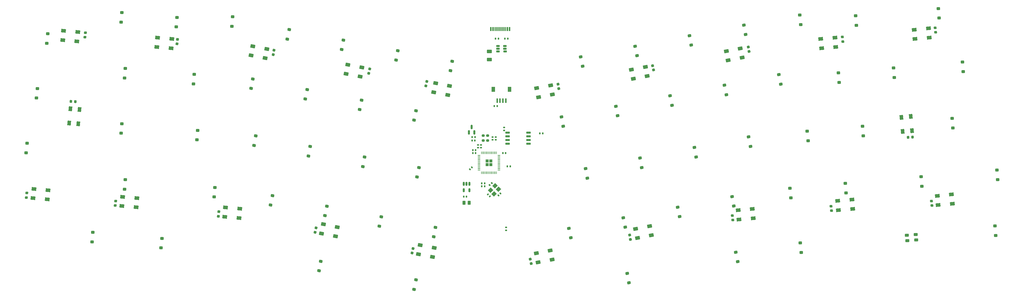
<source format=gbr>
%TF.GenerationSoftware,KiCad,Pcbnew,(6.0.5)*%
%TF.CreationDate,2023-03-29T12:06:55+08:00*%
%TF.ProjectId,ergo60,6572676f-3630-42e6-9b69-6361645f7063,rev?*%
%TF.SameCoordinates,PX3b7922bPYeed2ae*%
%TF.FileFunction,Paste,Bot*%
%TF.FilePolarity,Positive*%
%FSLAX46Y46*%
G04 Gerber Fmt 4.6, Leading zero omitted, Abs format (unit mm)*
G04 Created by KiCad (PCBNEW (6.0.5)) date 2023-03-29 12:06:55*
%MOMM*%
%LPD*%
G01*
G04 APERTURE LIST*
G04 Aperture macros list*
%AMRoundRect*
0 Rectangle with rounded corners*
0 $1 Rounding radius*
0 $2 $3 $4 $5 $6 $7 $8 $9 X,Y pos of 4 corners*
0 Add a 4 corners polygon primitive as box body*
4,1,4,$2,$3,$4,$5,$6,$7,$8,$9,$2,$3,0*
0 Add four circle primitives for the rounded corners*
1,1,$1+$1,$2,$3*
1,1,$1+$1,$4,$5*
1,1,$1+$1,$6,$7*
1,1,$1+$1,$8,$9*
0 Add four rect primitives between the rounded corners*
20,1,$1+$1,$2,$3,$4,$5,0*
20,1,$1+$1,$4,$5,$6,$7,0*
20,1,$1+$1,$6,$7,$8,$9,0*
20,1,$1+$1,$8,$9,$2,$3,0*%
%AMRotRect*
0 Rectangle, with rotation*
0 The origin of the aperture is its center*
0 $1 length*
0 $2 width*
0 $3 Rotation angle, in degrees counterclockwise*
0 Add horizontal line*
21,1,$1,$2,0,0,$3*%
G04 Aperture macros list end*
%ADD10RoundRect,0.250000X0.391272X-0.178624X0.295867X0.312190X-0.391272X0.178624X-0.295867X-0.312190X0*%
%ADD11RotRect,1.400000X1.200000X45.000000*%
%ADD12RoundRect,0.250000X0.295867X-0.312190X0.391272X0.178624X-0.295867X0.312190X-0.391272X-0.178624X0*%
%ADD13RoundRect,0.140000X0.140000X0.170000X-0.140000X0.170000X-0.140000X-0.170000X0.140000X-0.170000X0*%
%ADD14RoundRect,0.140000X0.170000X-0.140000X0.170000X0.140000X-0.170000X0.140000X-0.170000X-0.140000X0*%
%ADD15RoundRect,0.225000X0.202475X-0.268568X0.288339X0.173164X-0.202475X0.268568X-0.288339X-0.173164X0*%
%ADD16RoundRect,0.250000X0.370457X-0.218544X0.326879X0.279553X-0.370457X0.218544X-0.326879X-0.279553X0*%
%ADD17RotRect,1.600000X1.200000X349.000000*%
%ADD18RoundRect,0.225000X-0.268659X0.202355X-0.229439X-0.245933X0.268659X-0.202355X0.229439X0.245933X0*%
%ADD19RoundRect,0.250000X0.326879X-0.279553X0.370457X0.218544X-0.326879X0.279553X-0.370457X-0.218544X0*%
%ADD20RoundRect,0.225000X0.288339X-0.173164X0.202475X0.268568X-0.288339X0.173164X-0.202475X-0.268568X0*%
%ADD21RoundRect,0.200000X-0.275000X0.200000X-0.275000X-0.200000X0.275000X-0.200000X0.275000X0.200000X0*%
%ADD22RoundRect,0.140000X-0.140000X-0.170000X0.140000X-0.170000X0.140000X0.170000X-0.140000X0.170000X0*%
%ADD23RoundRect,0.225000X0.245933X0.229439X-0.202355X0.268659X-0.245933X-0.229439X0.202355X-0.268659X0*%
%ADD24RoundRect,0.150000X0.650000X0.150000X-0.650000X0.150000X-0.650000X-0.150000X0.650000X-0.150000X0*%
%ADD25RoundRect,0.225000X-0.288339X0.173164X-0.202475X-0.268568X0.288339X-0.173164X0.202475X0.268568X0*%
%ADD26RotRect,1.600000X1.200000X191.000000*%
%ADD27RotRect,1.600000X1.200000X95.000000*%
%ADD28RoundRect,0.150000X0.475000X0.150000X-0.475000X0.150000X-0.475000X-0.150000X0.475000X-0.150000X0*%
%ADD29RoundRect,0.135000X0.135000X0.185000X-0.135000X0.185000X-0.135000X-0.185000X0.135000X-0.185000X0*%
%ADD30RotRect,1.600000X1.200000X5.000000*%
%ADD31RotRect,1.600000X1.200000X355.000000*%
%ADD32RoundRect,0.135000X0.185000X-0.135000X0.185000X0.135000X-0.185000X0.135000X-0.185000X-0.135000X0*%
%ADD33RotRect,1.600000X1.200000X185.000000*%
%ADD34RoundRect,0.140000X-0.021213X0.219203X-0.219203X0.021213X0.021213X-0.219203X0.219203X-0.021213X0*%
%ADD35RoundRect,0.250000X-0.471166X0.222281X-0.425409X-0.300721X0.471166X-0.222281X0.425409X0.300721X0*%
%ADD36RoundRect,0.225000X0.268659X-0.202355X0.229439X0.245933X-0.268659X0.202355X-0.229439X-0.245933X0*%
%ADD37RoundRect,0.225000X-0.202475X0.268568X-0.288339X-0.173164X0.202475X-0.268568X0.288339X0.173164X0*%
%ADD38RotRect,1.600000X1.200000X175.000000*%
%ADD39RoundRect,0.250000X0.292217X0.292217X-0.292217X0.292217X-0.292217X-0.292217X0.292217X-0.292217X0*%
%ADD40RoundRect,0.050000X0.387500X0.050000X-0.387500X0.050000X-0.387500X-0.050000X0.387500X-0.050000X0*%
%ADD41RoundRect,0.050000X0.050000X0.387500X-0.050000X0.387500X-0.050000X-0.387500X0.050000X-0.387500X0*%
%ADD42RotRect,1.600000X1.200000X265.000000*%
%ADD43RoundRect,0.150000X-0.150000X0.512500X-0.150000X-0.512500X0.150000X-0.512500X0.150000X0.512500X0*%
%ADD44RoundRect,0.140000X0.021213X-0.219203X0.219203X-0.021213X-0.021213X0.219203X-0.219203X0.021213X0*%
%ADD45RoundRect,0.225000X-0.225112X0.249900X-0.272149X-0.197635X0.225112X-0.249900X0.272149X0.197635X0*%
%ADD46RotRect,1.600000X1.200000X169.000000*%
%ADD47RoundRect,0.140000X0.219203X0.021213X0.021213X0.219203X-0.219203X-0.021213X-0.021213X-0.219203X0*%
%ADD48RoundRect,0.225000X0.229439X-0.245933X0.268659X0.202355X-0.229439X0.245933X-0.268659X-0.202355X0*%
%ADD49RoundRect,0.225000X-0.229439X0.245933X-0.268659X-0.202355X0.229439X-0.245933X0.268659X0.202355X0*%
%ADD50RotRect,1.600000X1.200000X11.000000*%
%ADD51RoundRect,0.250000X0.262500X0.450000X-0.262500X0.450000X-0.262500X-0.450000X0.262500X-0.450000X0*%
%ADD52RoundRect,0.250000X0.471166X-0.222281X0.425409X0.300721X-0.471166X0.222281X-0.425409X-0.300721X0*%
%ADD53RoundRect,0.135000X0.035355X-0.226274X0.226274X-0.035355X-0.035355X0.226274X-0.226274X0.035355X0*%
%ADD54RoundRect,0.135000X-0.135000X-0.185000X0.135000X-0.185000X0.135000X0.185000X-0.135000X0.185000X0*%
%ADD55R,0.600000X1.450000*%
%ADD56R,0.300000X1.450000*%
%ADD57RoundRect,0.150000X0.150000X-0.587500X0.150000X0.587500X-0.150000X0.587500X-0.150000X-0.587500X0*%
%ADD58RoundRect,0.225000X-0.202355X-0.268659X0.245933X-0.229439X0.202355X0.268659X-0.245933X0.229439X0*%
%ADD59R,1.200000X1.800000*%
%ADD60R,0.600000X1.550000*%
%ADD61RoundRect,0.250000X-0.625000X0.375000X-0.625000X-0.375000X0.625000X-0.375000X0.625000X0.375000X0*%
%ADD62RoundRect,0.225000X0.225112X-0.249900X0.272149X0.197635X-0.225112X0.249900X-0.272149X-0.197635X0*%
G04 APERTURE END LIST*
D10*
%TO.C,D26*%
X229855606Y-24042822D03*
X229225936Y-20803452D03*
%TD*%
%TO.C,D38*%
X182065520Y-52738829D03*
X181435850Y-49499459D03*
%TD*%
D11*
%TO.C,Y1*%
X130047484Y-60591541D03*
X131603119Y-59035906D03*
X132805200Y-60237987D03*
X131249565Y-61793622D03*
%TD*%
D12*
%TO.C,D20*%
X85051772Y-32785402D03*
X85681442Y-29546032D03*
%TD*%
D13*
%TO.C,C9*%
X128006694Y-59231613D03*
X127046694Y-59231613D03*
%TD*%
D12*
%TO.C,D35*%
X86091858Y-52394123D03*
X86721528Y-49154753D03*
%TD*%
D14*
%TO.C,C3*%
X131803886Y-43240111D03*
X131803886Y-42280111D03*
%TD*%
D13*
%TO.C,C2*%
X128006692Y-58211615D03*
X127046692Y-58211615D03*
%TD*%
D15*
%TO.C,LC9*%
X55270068Y-13945331D03*
X55565822Y-12423809D03*
%TD*%
D12*
%TO.C,D48*%
X73106951Y-69276667D03*
X73736621Y-66037297D03*
%TD*%
D13*
%TO.C,C11*%
X124899250Y-46782584D03*
X123939250Y-46782584D03*
%TD*%
D10*
%TO.C,D24*%
X192455608Y-31312651D03*
X191825938Y-28073281D03*
%TD*%
D16*
%TO.C,D13*%
X255881667Y-3818047D03*
X255594053Y-530605D03*
%TD*%
D17*
%TO.C,L2*%
X71931925Y-75428667D03*
X72542514Y-72287460D03*
X77352487Y-73222425D03*
X76741898Y-76363632D03*
%TD*%
D18*
%TO.C,LC19*%
X247156184Y-66067728D03*
X247291276Y-67611830D03*
%TD*%
D19*
%TO.C,D46*%
X34975122Y-62881316D03*
X35262736Y-59593874D03*
%TD*%
D20*
%TO.C,LC12*%
X153546474Y-25625809D03*
X153250720Y-24104287D03*
%TD*%
D19*
%TO.C,D60*%
X16710347Y-80406001D03*
X16997961Y-77118559D03*
%TD*%
D14*
%TO.C,C1*%
X126803887Y-45952617D03*
X126803887Y-44992617D03*
%TD*%
D21*
%TO.C,R3*%
X127494504Y-41796514D03*
X127494504Y-43446514D03*
%TD*%
D10*
%TO.C,D52*%
X176350432Y-73256280D03*
X175720762Y-70016910D03*
%TD*%
D16*
%TO.C,D43*%
X289091875Y-39158068D03*
X288804261Y-35870626D03*
%TD*%
D12*
%TO.C,D18*%
X47651775Y-25515576D03*
X48281445Y-22276206D03*
%TD*%
D15*
%TO.C,LC10*%
X88176628Y-20331267D03*
X88472382Y-18809745D03*
%TD*%
D19*
%TO.C,D15*%
X-22550990Y-10041512D03*
X-22263376Y-6754070D03*
%TD*%
D22*
%TO.C,C8*%
X135853348Y-52329753D03*
X136813348Y-52329753D03*
%TD*%
D23*
%TO.C,LC6*%
X-12726134Y-30100436D03*
X-14270236Y-29965344D03*
%TD*%
D12*
%TO.C,D34*%
X67391863Y-48759215D03*
X68021533Y-45519845D03*
%TD*%
D19*
%TO.C,D59*%
X-7012402Y-78330652D03*
X-6724788Y-75043210D03*
%TD*%
%TO.C,D45*%
X4136668Y-60183300D03*
X4424282Y-56895858D03*
%TD*%
D24*
%TO.C,U4*%
X143116435Y-40763725D03*
X143116435Y-42033725D03*
X143116435Y-43303725D03*
X143116435Y-44573725D03*
X135916435Y-44573725D03*
X135916435Y-43303725D03*
X135916435Y-42033725D03*
X135916435Y-40763725D03*
%TD*%
D25*
%TO.C,LC22*%
X143728525Y-84289858D03*
X144024279Y-85811380D03*
%TD*%
D22*
%TO.C,C18*%
X120847182Y-62760968D03*
X121807182Y-62760968D03*
%TD*%
D12*
%TO.C,D47*%
X54406955Y-65641759D03*
X55036625Y-62402389D03*
%TD*%
D10*
%TO.C,D51*%
X157650434Y-76891192D03*
X157020764Y-73651822D03*
%TD*%
D26*
%TO.C,L13*%
X183345498Y-18155453D03*
X183956087Y-21296660D03*
X179146114Y-22231625D03*
X178535525Y-19090418D03*
%TD*%
D12*
%TO.C,D19*%
X66351776Y-29150492D03*
X66981446Y-25911122D03*
%TD*%
D27*
%TO.C,L17*%
X275017988Y-40070659D03*
X271830165Y-40349557D03*
X271403102Y-35468203D03*
X274590925Y-35189305D03*
%TD*%
D17*
%TO.C,L1*%
X105269426Y-82546249D03*
X105880015Y-79405042D03*
X110689988Y-80340007D03*
X110079399Y-83481214D03*
%TD*%
D28*
%TO.C,U3*%
X134998460Y-10937804D03*
X134998460Y-11887804D03*
X135073460Y-12837804D03*
X132648460Y-12837804D03*
X132648460Y-11887804D03*
X132648460Y-10937804D03*
%TD*%
D13*
%TO.C,C14*%
X124704208Y-42289936D03*
X123744208Y-42289936D03*
%TD*%
D29*
%TO.C,R7*%
X135975987Y-8444254D03*
X134955987Y-8444254D03*
%TD*%
D16*
%TO.C,D56*%
X252322734Y-61497719D03*
X252035120Y-58210277D03*
%TD*%
D22*
%TO.C,C13*%
X131361117Y-31628992D03*
X132321117Y-31628992D03*
%TD*%
D30*
%TO.C,L18*%
X283993110Y-65657233D03*
X283714212Y-62469410D03*
X288595566Y-62042347D03*
X288874464Y-65230170D03*
%TD*%
D31*
%TO.C,L3*%
X38619915Y-69687379D03*
X38898813Y-66499556D03*
X43780167Y-66926619D03*
X43501269Y-70114442D03*
%TD*%
D32*
%TO.C,R1*%
X135377169Y-74396268D03*
X135377169Y-73376268D03*
%TD*%
D14*
%TO.C,C5*%
X125755797Y-45955969D03*
X125755797Y-44995969D03*
%TD*%
D12*
%TO.C,D33*%
X48691866Y-45124302D03*
X49321536Y-41884932D03*
%TD*%
D26*
%TO.C,L12*%
X150740365Y-24505453D03*
X151350954Y-27646660D03*
X146540981Y-28581625D03*
X145930392Y-25440418D03*
%TD*%
D16*
%TO.C,D28*%
X268928484Y-21799368D03*
X268640870Y-18511926D03*
%TD*%
%TO.C,D29*%
X292650373Y-19723971D03*
X292362759Y-16436529D03*
%TD*%
%TO.C,D41*%
X239275913Y-43516398D03*
X238988299Y-40228956D03*
%TD*%
D12*
%TO.C,D21*%
X103751771Y-36420311D03*
X104381441Y-33180941D03*
%TD*%
%TO.C,D36*%
X104791859Y-56029033D03*
X105421529Y-52789663D03*
%TD*%
D16*
%TO.C,D55*%
X233345225Y-63158033D03*
X233057611Y-59870591D03*
%TD*%
D33*
%TO.C,L16*%
X280658065Y-4892348D03*
X280936963Y-8080171D03*
X276055609Y-8507234D03*
X275776711Y-5319411D03*
%TD*%
D18*
%TO.C,LC18*%
X281740170Y-64305114D03*
X281875262Y-65849216D03*
%TD*%
D34*
%TO.C,C6*%
X123625728Y-52685905D03*
X122946906Y-53364727D03*
%TD*%
D30*
%TO.C,L20*%
X215492748Y-70610824D03*
X215213850Y-67423001D03*
X220095204Y-66995938D03*
X220374102Y-70183761D03*
%TD*%
D12*
%TO.C,D62*%
X103748676Y-94641088D03*
X104378346Y-91401718D03*
%TD*%
D35*
%TO.C,R9*%
X276259773Y-75806155D03*
X276418833Y-77624211D03*
%TD*%
D10*
%TO.C,D9*%
X180405697Y-14248361D03*
X179776027Y-11008991D03*
%TD*%
%TO.C,D64*%
X215047840Y-85140818D03*
X214418170Y-81901448D03*
%TD*%
D36*
%TO.C,LC15*%
X251214337Y-9389767D03*
X251079245Y-7845665D03*
%TD*%
D37*
%TO.C,LC1*%
X103376548Y-80592783D03*
X103080794Y-82114305D03*
%TD*%
D12*
%TO.C,D49*%
X91806946Y-72911581D03*
X92436616Y-69672211D03*
%TD*%
D38*
%TO.C,L7*%
X-11956789Y-6113160D03*
X-12235687Y-9300983D03*
X-17117041Y-8873920D03*
X-16838143Y-5686097D03*
%TD*%
D21*
%TO.C,R2*%
X129080754Y-41796517D03*
X129080754Y-43446517D03*
%TD*%
D16*
%TO.C,D14*%
X284347928Y-1327572D03*
X284060314Y1959870D03*
%TD*%
D19*
%TO.C,D2*%
X21927437Y-4371486D03*
X22215051Y-1084044D03*
%TD*%
D14*
%TO.C,C7*%
X130753885Y-43240113D03*
X130753885Y-42280113D03*
%TD*%
D39*
%TO.C,U2*%
X128879195Y-50467612D03*
X130154195Y-50467612D03*
X128879195Y-51742612D03*
X130154195Y-51742612D03*
D40*
X132954195Y-48505112D03*
X132954195Y-48905112D03*
X132954195Y-49305112D03*
X132954195Y-49705112D03*
X132954195Y-50105112D03*
X132954195Y-50505112D03*
X132954195Y-50905112D03*
X132954195Y-51305112D03*
X132954195Y-51705112D03*
X132954195Y-52105112D03*
X132954195Y-52505112D03*
X132954195Y-52905112D03*
X132954195Y-53305112D03*
X132954195Y-53705112D03*
D41*
X132116695Y-54542612D03*
X131716695Y-54542612D03*
X131316695Y-54542612D03*
X130916695Y-54542612D03*
X130516695Y-54542612D03*
X130116695Y-54542612D03*
X129716695Y-54542612D03*
X129316695Y-54542612D03*
X128916695Y-54542612D03*
X128516695Y-54542612D03*
X128116695Y-54542612D03*
X127716695Y-54542612D03*
X127316695Y-54542612D03*
X126916695Y-54542612D03*
D40*
X126079195Y-53705112D03*
X126079195Y-53305112D03*
X126079195Y-52905112D03*
X126079195Y-52505112D03*
X126079195Y-52105112D03*
X126079195Y-51705112D03*
X126079195Y-51305112D03*
X126079195Y-50905112D03*
X126079195Y-50505112D03*
X126079195Y-50105112D03*
X126079195Y-49705112D03*
X126079195Y-49305112D03*
X126079195Y-48905112D03*
X126079195Y-48505112D03*
D41*
X126916695Y-47667612D03*
X127316695Y-47667612D03*
X127716695Y-47667612D03*
X128116695Y-47667612D03*
X128516695Y-47667612D03*
X128916695Y-47667612D03*
X129316695Y-47667612D03*
X129716695Y-47667612D03*
X130116695Y-47667612D03*
X130516695Y-47667612D03*
X130916695Y-47667612D03*
X131316695Y-47667612D03*
X131716695Y-47667612D03*
X132116695Y-47667612D03*
%TD*%
D19*
%TO.C,D32*%
X29044434Y-43239681D03*
X29332048Y-39952239D03*
%TD*%
D29*
%TO.C,R5*%
X148027508Y-41031913D03*
X147007508Y-41031913D03*
%TD*%
D42*
%TO.C,L6*%
X-14489289Y-32531428D03*
X-11301466Y-32810326D03*
X-11728529Y-37691680D03*
X-14916352Y-37412782D03*
%TD*%
D16*
%TO.C,D65*%
X236904248Y-81969951D03*
X236616634Y-78682509D03*
%TD*%
D43*
%TO.C,U5*%
X120845850Y-58325633D03*
X121795850Y-58325633D03*
X122745850Y-58325633D03*
X122745850Y-60600633D03*
X120845850Y-60600633D03*
%TD*%
D10*
%TO.C,D10*%
X199105696Y-10613449D03*
X198476026Y-7374079D03*
%TD*%
D19*
%TO.C,D44*%
X-29667125Y-47664466D03*
X-29379511Y-44377024D03*
%TD*%
D36*
%TO.C,LC16*%
X283127967Y-6211624D03*
X282992875Y-4667522D03*
%TD*%
D10*
%TO.C,D37*%
X163365521Y-56373738D03*
X162735851Y-53134368D03*
%TD*%
D12*
%TO.C,D6*%
X97545868Y-15807452D03*
X98175538Y-12568082D03*
%TD*%
D26*
%TO.C,L14*%
X215950630Y-11805454D03*
X216561219Y-14946661D03*
X211751246Y-15881626D03*
X211140657Y-12740419D03*
%TD*%
D22*
%TO.C,C4*%
X123719207Y-43439937D03*
X124679207Y-43439937D03*
%TD*%
D44*
%TO.C,C15*%
X132806927Y-62354175D03*
X133485749Y-61675353D03*
%TD*%
D45*
%TO.C,LC3*%
X36587564Y-67956486D03*
X36425544Y-69497994D03*
%TD*%
D13*
%TO.C,C10*%
X124899249Y-47780086D03*
X123939249Y-47780086D03*
%TD*%
D46*
%TO.C,L9*%
X53119236Y-11946668D03*
X52508647Y-15087875D03*
X47698674Y-14152910D03*
X48309263Y-11011703D03*
%TD*%
D19*
%TO.C,D3*%
X41070980Y-4134054D03*
X41358594Y-846612D03*
%TD*%
D47*
%TO.C,C16*%
X129815755Y-62694175D03*
X129136933Y-62015353D03*
%TD*%
D10*
%TO.C,D25*%
X211155608Y-27677736D03*
X210525938Y-24438366D03*
%TD*%
D19*
%TO.C,D30*%
X-26109061Y-28852988D03*
X-25821447Y-25565546D03*
%TD*%
D22*
%TO.C,C12*%
X134258000Y-47780084D03*
X135218000Y-47780084D03*
%TD*%
D15*
%TO.C,LC11*%
X107836169Y-24687264D03*
X108131923Y-23165742D03*
%TD*%
D10*
%TO.C,D22*%
X155055615Y-38582471D03*
X154425945Y-35343101D03*
%TD*%
%TO.C,D39*%
X200765517Y-49103914D03*
X200135847Y-45864544D03*
%TD*%
D20*
%TO.C,LC14*%
X218997208Y-12821443D03*
X218701454Y-11299921D03*
%TD*%
D48*
%TO.C,LC7*%
X-9440059Y-7885069D03*
X-9304967Y-6340967D03*
%TD*%
D10*
%TO.C,D40*%
X219465515Y-45469007D03*
X218835845Y-42229637D03*
%TD*%
%TO.C,D53*%
X195050428Y-69621369D03*
X194420758Y-66381999D03*
%TD*%
D16*
%TO.C,D12*%
X236738119Y-3580612D03*
X236450505Y-293170D03*
%TD*%
D49*
%TO.C,LC4*%
X1118782Y-64267909D03*
X983690Y-65812011D03*
%TD*%
D25*
%TO.C,LC21*%
X177897512Y-75970874D03*
X178193266Y-77492396D03*
%TD*%
D50*
%TO.C,L22*%
X146384471Y-85387958D03*
X145773882Y-82246751D03*
X150583855Y-81311786D03*
X151194444Y-84452993D03*
%TD*%
D51*
%TO.C,LR1*%
X122734860Y-64893003D03*
X120909860Y-64893003D03*
%TD*%
D20*
%TO.C,LC13*%
X186092783Y-19201166D03*
X185797029Y-17679644D03*
%TD*%
D31*
%TO.C,L4*%
X3250063Y-66015196D03*
X3528961Y-62827373D03*
X8410315Y-63254436D03*
X8131417Y-66442259D03*
%TD*%
D10*
%TO.C,D54*%
X213750430Y-65986457D03*
X213120760Y-62747087D03*
%TD*%
D52*
%TO.C,R8*%
X273401781Y-77888171D03*
X273242721Y-76070115D03*
%TD*%
D53*
%TO.C,R4*%
X129766645Y-58797893D03*
X130487893Y-58076645D03*
%TD*%
D54*
%TO.C,R6*%
X131780988Y-8437808D03*
X132800988Y-8437808D03*
%TD*%
D12*
%TO.C,D5*%
X78845873Y-12172543D03*
X79475543Y-8933173D03*
%TD*%
D16*
%TO.C,D58*%
X304510885Y-56931849D03*
X304223271Y-53644407D03*
%TD*%
%TO.C,D27*%
X249950976Y-23459687D03*
X249663362Y-20172245D03*
%TD*%
D10*
%TO.C,D23*%
X173755610Y-34947558D03*
X173125940Y-31708188D03*
%TD*%
D19*
%TO.C,D31*%
X2950358Y-40956746D03*
X3237972Y-37669304D03*
%TD*%
D49*
%TO.C,LC5*%
X-29486912Y-61532835D03*
X-29622004Y-63076937D03*
%TD*%
D55*
%TO.C,J3*%
X130112240Y-5073008D03*
X130912240Y-5073008D03*
D56*
X132112240Y-5073008D03*
X133112240Y-5073008D03*
X133612240Y-5073008D03*
X134612240Y-5073008D03*
D55*
X135812240Y-5073008D03*
X136612240Y-5073008D03*
X136612240Y-5073008D03*
X135812240Y-5073008D03*
D56*
X135112240Y-5073008D03*
X134112240Y-5073008D03*
X132612240Y-5073008D03*
X131612240Y-5073008D03*
D55*
X130912240Y-5073008D03*
X130112240Y-5073008D03*
%TD*%
D57*
%TO.C,U1*%
X124504930Y-40658449D03*
X122604930Y-40658449D03*
X123554930Y-38783449D03*
%TD*%
D10*
%TO.C,D63*%
X177647840Y-92410647D03*
X177018170Y-89171277D03*
%TD*%
D12*
%TO.C,D4*%
X60145873Y-8537632D03*
X60775543Y-5298262D03*
%TD*%
%TO.C,D7*%
X116245867Y-19442363D03*
X116875537Y-16202993D03*
%TD*%
D58*
%TO.C,LC17*%
X273636944Y-42397840D03*
X275181046Y-42262748D03*
%TD*%
D38*
%TO.C,L8*%
X20410573Y-8494410D03*
X20131675Y-11682233D03*
X15250321Y-11255170D03*
X15529219Y-8067347D03*
%TD*%
D19*
%TO.C,D16*%
X4136239Y-21937729D03*
X4423853Y-18650287D03*
%TD*%
D12*
%TO.C,D61*%
X71021150Y-88287182D03*
X71650820Y-85047812D03*
%TD*%
%TO.C,D50*%
X110506943Y-76546490D03*
X111136613Y-73307120D03*
%TD*%
D59*
%TO.C,J1*%
X136623458Y-25866632D03*
X131023458Y-25866632D03*
D60*
X132323458Y-29741632D03*
X133323458Y-29741632D03*
X134323458Y-29741632D03*
X135323458Y-29741632D03*
%TD*%
D16*
%TO.C,D66*%
X303799013Y-76116896D03*
X303511399Y-72829454D03*
%TD*%
D37*
%TO.C,LC2*%
X70018316Y-73484481D03*
X69722562Y-75006003D03*
%TD*%
D10*
%TO.C,D8*%
X161705706Y-17883273D03*
X161076036Y-14643903D03*
%TD*%
D46*
%TO.C,L11*%
X115967120Y-24646668D03*
X115356531Y-27787875D03*
X110546558Y-26852910D03*
X111157147Y-23711703D03*
%TD*%
D10*
%TO.C,D11*%
X217805693Y-6978538D03*
X217176023Y-3739168D03*
%TD*%
D61*
%TO.C,F1*%
X129655958Y-12777809D03*
X129655958Y-15577809D03*
%TD*%
D16*
%TO.C,D57*%
X278416810Y-59214785D03*
X278129196Y-55927343D03*
%TD*%
%TO.C,D42*%
X258253422Y-41856084D03*
X257965808Y-38568642D03*
%TD*%
D46*
%TO.C,L10*%
X85804616Y-18296668D03*
X85194027Y-21437875D03*
X80384054Y-20502910D03*
X80994643Y-17361703D03*
%TD*%
D30*
%TO.C,L19*%
X249742929Y-67393011D03*
X249464031Y-64205188D03*
X254345385Y-63778125D03*
X254624283Y-66965948D03*
%TD*%
D18*
%TO.C,LC20*%
X213229042Y-69250361D03*
X213364134Y-70794463D03*
%TD*%
D50*
%TO.C,L21*%
X180573861Y-77016615D03*
X179963272Y-73875408D03*
X184773245Y-72940443D03*
X185383834Y-76081650D03*
%TD*%
D19*
%TO.C,D17*%
X27858127Y-24013123D03*
X28145741Y-20725681D03*
%TD*%
D31*
%TO.C,L5*%
X-27296228Y-63285048D03*
X-27017330Y-60097225D03*
X-22135976Y-60524288D03*
X-22414874Y-63712111D03*
%TD*%
D62*
%TO.C,LC8*%
X22192449Y-10201073D03*
X22354469Y-8659565D03*
%TD*%
D14*
%TO.C,C17*%
X134745873Y-39953371D03*
X134745873Y-38993371D03*
%TD*%
D33*
%TO.C,L15*%
X248522502Y-8067345D03*
X248801400Y-11255168D03*
X243920046Y-11682231D03*
X243641148Y-8494408D03*
%TD*%
D19*
%TO.C,D1*%
X2949928Y-2711173D03*
X3237542Y576269D03*
%TD*%
M02*

</source>
